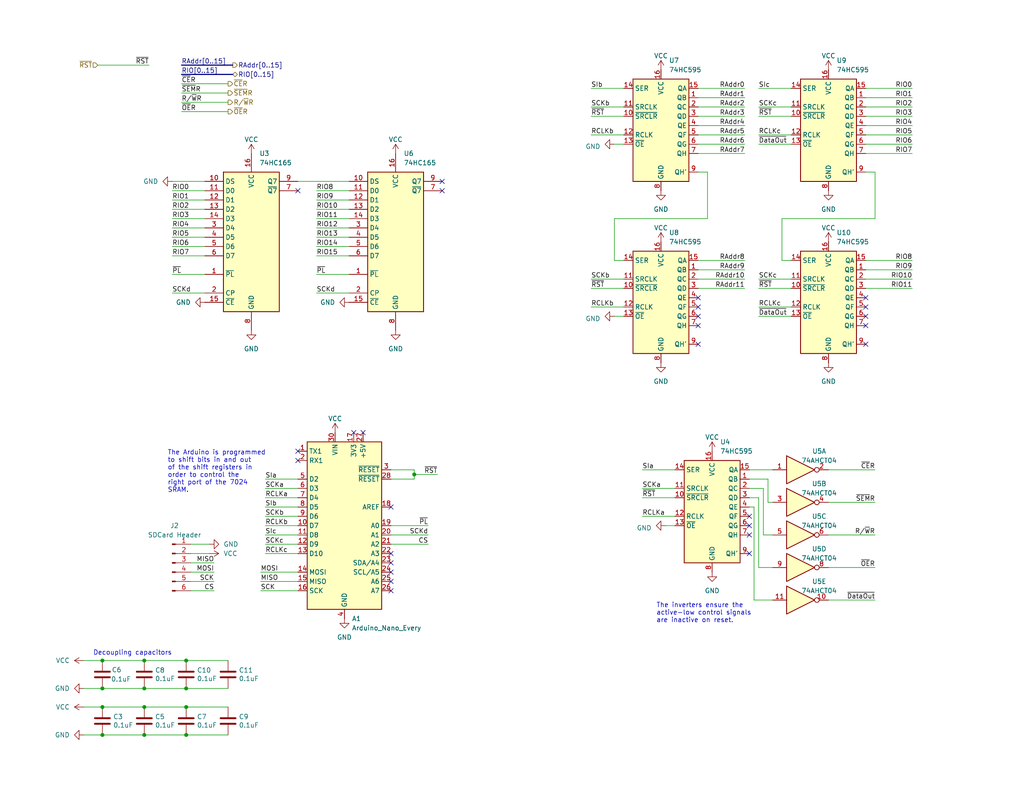
<source format=kicad_sch>
(kicad_sch (version 20230121) (generator eeschema)
  (paper "USLetter")
  (title_block (title "Turtle16: Arduino Interface") (date "2023-11-27") (rev "A") (comment 3 "memory. The Arduino interfaces with the RAM through a series of shift registers.") (comment 4 "The Arduino on the main board can communicate with the processor through shared"))
  (lib_symbols
    (symbol "Connector:Conn_01x06_Pin" (pin_names (offset 1.016) hide)
      (property "Reference" "J" (at 0 7.62 0))
      (property "Value" "Conn_01x06_Pin" (at 0 -10.16 0))
      (symbol "Conn_01x06_Pin_1_1"
        (polyline (pts (xy 1.27 -7.62) (xy 0.8636 -7.62)) (stroke (width 0.1524)))
        (polyline (pts (xy 1.27 -5.08) (xy 0.8636 -5.08)) (stroke (width 0.1524)))
        (polyline (pts (xy 1.27 -2.54) (xy 0.8636 -2.54)) (stroke (width 0.1524)))
        (polyline (pts (xy 1.27 0) (xy 0.8636 0)) (stroke (width 0.1524)))
        (polyline (pts (xy 1.27 2.54) (xy 0.8636 2.54)) (stroke (width 0.1524)))
        (polyline (pts (xy 1.27 5.08) (xy 0.8636 5.08)) (stroke (width 0.1524)))
        (rectangle (start 0.8636 -7.493) (end 0 -7.747) (stroke (width 0.1524)) (fill (type outline)))
        (rectangle (start 0.8636 -4.953) (end 0 -5.207) (stroke (width 0.1524)) (fill (type outline)))
        (rectangle (start 0.8636 -2.413) (end 0 -2.667) (stroke (width 0.1524)) (fill (type outline)))
        (rectangle (start 0.8636 0.127) (end 0 -0.127) (stroke (width 0.1524)) (fill (type outline)))
        (rectangle (start 0.8636 2.667) (end 0 2.413) (stroke (width 0.1524)) (fill (type outline)))
        (rectangle (start 0.8636 5.207) (end 0 4.953) (stroke (width 0.1524)) (fill (type outline)))
        (pin passive line (at 5.08 5.08 180) (length 3.81) (name "Pin_1") (number "1"))
        (pin passive line (at 5.08 2.54 180) (length 3.81) (name "Pin_2") (number "2"))
        (pin passive line (at 5.08 0 180) (length 3.81) (name "Pin_3") (number "3"))
        (pin passive line (at 5.08 -2.54 180) (length 3.81) (name "Pin_4") (number "4"))
        (pin passive line (at 5.08 -5.08 180) (length 3.81) (name "Pin_5") (number "5"))
        (pin passive line (at 5.08 -7.62 180) (length 3.81) (name "Pin_6") (number "6"))
      )
    )
    (symbol "Device:C" (pin_numbers hide) (pin_names (offset 0.254))
      (property "Reference" "C" (at 0.635 2.54 0))
      (property "Value" "C" (at 0.635 -2.54 0))
      (symbol "C_0_1"
        (polyline (pts (xy -2.032 -0.762) (xy 2.032 -0.762)) (stroke (width 0.508)))
        (polyline (pts (xy -2.032 0.762) (xy 2.032 0.762)) (stroke (width 0.508)))
      )
      (symbol "C_1_1"
        (pin passive line (at 0 3.81 270) (length 2.794) (name "~") (number "1"))
        (pin passive line (at 0 -3.81 90) (length 2.794) (name "~") (number "2"))
      )
    )
    (symbol "MCU_Module:Arduino_Nano_Every"
      (property "Reference" "A" (at -10.16 23.495 0))
      (property "Value" "Arduino_Nano_Every" (at 5.08 -24.13 0))
      (symbol "Arduino_Nano_Every_0_1"
        (rectangle (start -10.16 22.86) (end 10.16 -22.86) (stroke (width 0.254)) (fill (type background)))
      )
      (symbol "Arduino_Nano_Every_1_1"
        (pin bidirectional line (at -12.7 20.32 0) (length 2.54) (name "TX1") (number "1"))
        (pin bidirectional line (at -12.7 0 0) (length 2.54) (name "D7") (number "10"))
        (pin bidirectional line (at -12.7 -2.54 0) (length 2.54) (name "D8") (number "11"))
        (pin bidirectional line (at -12.7 -5.08 0) (length 2.54) (name "D9") (number "12"))
        (pin bidirectional line (at -12.7 -7.62 0) (length 2.54) (name "D10") (number "13"))
        (pin bidirectional line (at -12.7 -12.7 0) (length 2.54) (name "MOSI") (number "14"))
        (pin bidirectional line (at -12.7 -15.24 0) (length 2.54) (name "MISO") (number "15"))
        (pin bidirectional line (at -12.7 -17.78 0) (length 2.54) (name "SCK") (number "16"))
        (pin power_out line (at 2.54 25.4 270) (length 2.54) (name "3V3") (number "17"))
        (pin input line (at 12.7 5.08 180) (length 2.54) (name "AREF") (number "18"))
        (pin bidirectional line (at 12.7 0 180) (length 2.54) (name "A0") (number "19"))
        (pin bidirectional line (at -12.7 17.78 0) (length 2.54) (name "RX1") (number "2"))
        (pin bidirectional line (at 12.7 -2.54 180) (length 2.54) (name "A1") (number "20"))
        (pin bidirectional line (at 12.7 -5.08 180) (length 2.54) (name "A2") (number "21"))
        (pin bidirectional line (at 12.7 -7.62 180) (length 2.54) (name "A3") (number "22"))
        (pin bidirectional line (at 12.7 -10.16 180) (length 2.54) (name "SDA/A4") (number "23"))
        (pin bidirectional line (at 12.7 -12.7 180) (length 2.54) (name "SCL/A5") (number "24"))
        (pin bidirectional line (at 12.7 -15.24 180) (length 2.54) (name "A6") (number "25"))
        (pin bidirectional line (at 12.7 -17.78 180) (length 2.54) (name "A7") (number "26"))
        (pin power_out line (at 5.08 25.4 270) (length 2.54) (name "+5V") (number "27"))
        (pin input line (at 12.7 12.7 180) (length 2.54) (name "~{RESET}") (number "28"))
        (pin passive line (at 0 -25.4 90) (length 2.54) hide (name "GND") (number "29"))
        (pin input line (at 12.7 15.24 180) (length 2.54) (name "~{RESET}") (number "3"))
        (pin power_in line (at -2.54 25.4 270) (length 2.54) (name "VIN") (number "30"))
        (pin power_in line (at 0 -25.4 90) (length 2.54) (name "GND") (number "4"))
        (pin bidirectional line (at -12.7 12.7 0) (length 2.54) (name "D2") (number "5"))
        (pin bidirectional line (at -12.7 10.16 0) (length 2.54) (name "D3") (number "6"))
        (pin bidirectional line (at -12.7 7.62 0) (length 2.54) (name "D4") (number "7"))
        (pin bidirectional line (at -12.7 5.08 0) (length 2.54) (name "D5") (number "8"))
        (pin bidirectional line (at -12.7 2.54 0) (length 2.54) (name "D6") (number "9"))
      )
    )
    (symbol "Turtle16:74AHCT04"
      (property "Reference" "U" (at 0 1.27 0))
      (property "Value" "74AHCT04" (at 0 -1.27 0))
      (symbol "74AHCT04_1_0"
        (polyline (pts (xy -3.81 3.81) (xy -3.81 -3.81) (xy 3.81 0) (xy -3.81 3.81)) (stroke (width 0.254)) (fill (type background)))
        (pin input line (at -7.62 0 0) (length 3.81) (name "~") (number "1"))
        (pin output inverted (at 7.62 0 180) (length 3.81) (name "~") (number "2"))
      )
      (symbol "74AHCT04_2_0"
        (polyline (pts (xy -3.81 3.81) (xy -3.81 -3.81) (xy 3.81 0) (xy -3.81 3.81)) (stroke (width 0.254)) (fill (type background)))
        (pin input line (at -7.62 0 0) (length 3.81) (name "~") (number "3"))
        (pin output inverted (at 7.62 0 180) (length 3.81) (name "~") (number "4"))
      )
      (symbol "74AHCT04_3_0"
        (polyline (pts (xy -3.81 3.81) (xy -3.81 -3.81) (xy 3.81 0) (xy -3.81 3.81)) (stroke (width 0.254)) (fill (type background)))
        (pin input line (at -7.62 0 0) (length 3.81) (name "~") (number "5"))
        (pin output inverted (at 7.62 0 180) (length 3.81) (name "~") (number "6"))
      )
      (symbol "74AHCT04_4_0"
        (polyline (pts (xy -3.81 3.81) (xy -3.81 -3.81) (xy 3.81 0) (xy -3.81 3.81)) (stroke (width 0.254)) (fill (type background)))
        (pin output inverted (at 7.62 0 180) (length 3.81) (name "~") (number "8"))
        (pin input line (at -7.62 0 0) (length 3.81) (name "~") (number "9"))
      )
      (symbol "74AHCT04_5_0"
        (polyline (pts (xy -3.81 3.81) (xy -3.81 -3.81) (xy 3.81 0) (xy -3.81 3.81)) (stroke (width 0.254)) (fill (type background)))
        (pin output inverted (at 7.62 0 180) (length 3.81) (name "~") (number "10"))
        (pin input line (at -7.62 0 0) (length 3.81) (name "~") (number "11"))
      )
      (symbol "74AHCT04_6_0"
        (polyline (pts (xy -3.81 3.81) (xy -3.81 -3.81) (xy 3.81 0) (xy -3.81 3.81)) (stroke (width 0.254)) (fill (type background)))
        (pin output inverted (at 7.62 0 180) (length 3.81) (name "~") (number "12"))
        (pin input line (at -7.62 0 0) (length 3.81) (name "~") (number "13"))
      )
      (symbol "74AHCT04_7_0"
        (pin power_in line (at 0 12.7 270) (length 5.08) (name "VCC") (number "14"))
        (pin power_in line (at 0 -12.7 90) (length 5.08) (name "GND") (number "7"))
      )
      (symbol "74AHCT04_7_1"
        (rectangle (start -5.08 7.62) (end 5.08 -7.62) (stroke (width 0.254)) (fill (type background)))
      )
    )
    (symbol "Turtle16:74HC165"
      (symbol "74HC165_1_0"
        (pin input line (at -12.7 -10.16 0) (length 5.08) (name "~{PL}") (number "1"))
        (pin input line (at -12.7 15.24 0) (length 5.08) (name "DS") (number "10"))
        (pin input line (at -12.7 12.7 0) (length 5.08) (name "D0") (number "11"))
        (pin input line (at -12.7 10.16 0) (length 5.08) (name "D1") (number "12"))
        (pin input line (at -12.7 7.62 0) (length 5.08) (name "D2") (number "13"))
        (pin input line (at -12.7 5.08 0) (length 5.08) (name "D3") (number "14"))
        (pin input line (at -12.7 -17.78 0) (length 5.08) (name "~{CE}") (number "15"))
        (pin power_in line (at 0 22.86 270) (length 5.08) (name "VCC") (number "16"))
        (pin input line (at -12.7 -15.24 0) (length 5.08) (name "CP") (number "2"))
        (pin input line (at -12.7 2.54 0) (length 5.08) (name "D4") (number "3"))
        (pin input line (at -12.7 0 0) (length 5.08) (name "D5") (number "4"))
        (pin input line (at -12.7 -2.54 0) (length 5.08) (name "D6") (number "5"))
        (pin input line (at -12.7 -5.08 0) (length 5.08) (name "D7") (number "6"))
        (pin output line (at 12.7 12.7 180) (length 5.08) (name "~{Q7}") (number "7"))
        (pin power_in line (at 0 -25.4 90) (length 5.08) (name "GND") (number "8"))
        (pin output line (at 12.7 15.24 180) (length 5.08) (name "Q7") (number "9"))
      )
      (symbol "74HC165_1_1"
        (rectangle (start -7.62 17.78) (end 7.62 -20.32) (stroke (width 0.254)) (fill (type background)))
      )
    )
    (symbol "Turtle16:74HC595"
      (property "Reference" "U" (at -7.62 13.97 0))
      (property "Value" "74HC595" (at -7.62 -16.51 0))
      (symbol "74HC595_1_0"
        (pin tri_state line (at 10.16 7.62 180) (length 2.54) (name "QB") (number "1"))
        (pin input line (at -10.16 2.54 0) (length 2.54) (name "~{SRCLR}") (number "10"))
        (pin input line (at -10.16 5.08 0) (length 2.54) (name "SRCLK") (number "11"))
        (pin input line (at -10.16 -2.54 0) (length 2.54) (name "RCLK") (number "12"))
        (pin input line (at -10.16 -5.08 0) (length 2.54) (name "~{OE}") (number "13"))
        (pin input line (at -10.16 10.16 0) (length 2.54) (name "SER") (number "14"))
        (pin tri_state line (at 10.16 10.16 180) (length 2.54) (name "QA") (number "15"))
        (pin power_in line (at 0 15.24 270) (length 2.54) (name "VCC") (number "16"))
        (pin tri_state line (at 10.16 5.08 180) (length 2.54) (name "QC") (number "2"))
        (pin tri_state line (at 10.16 2.54 180) (length 2.54) (name "QD") (number "3"))
        (pin tri_state line (at 10.16 0 180) (length 2.54) (name "QE") (number "4"))
        (pin tri_state line (at 10.16 -2.54 180) (length 2.54) (name "QF") (number "5"))
        (pin tri_state line (at 10.16 -5.08 180) (length 2.54) (name "QG") (number "6"))
        (pin tri_state line (at 10.16 -7.62 180) (length 2.54) (name "QH") (number "7"))
        (pin power_in line (at 0 -17.78 90) (length 2.54) (name "GND") (number "8"))
        (pin output line (at 10.16 -12.7 180) (length 2.54) (name "QH'") (number "9"))
      )
      (symbol "74HC595_1_1"
        (rectangle (start -7.62 12.7) (end 7.62 -15.24) (stroke (width 0.254)) (fill (type background)))
      )
    )
    (symbol "power:GND" (power) (pin_names (offset 0))
      (property "Value" "GND" (at 0 -3.81 0))
      (symbol "GND_0_1"
        (polyline (pts (xy 0 0) (xy 0 -1.27) (xy 1.27 -1.27) (xy 0 -2.54) (xy -1.27 -1.27) (xy 0 -1.27)))
      )
      (symbol "GND_1_1"
        (pin power_in line (at 0 0 270) (length 0) hide (name "GND") (number "1"))
      )
    )
    (symbol "power:VCC" (power) (pin_names (offset 0))
      (property "Value" "VCC" (at 0 3.81 0))
      (symbol "VCC_0_1"
        (polyline (pts (xy -0.762 1.27) (xy 0 2.54)))
        (polyline (pts (xy 0 0) (xy 0 2.54)))
        (polyline (pts (xy 0 2.54) (xy 0.762 1.27)))
      )
      (symbol "VCC_1_1"
        (pin power_in line (at 0 0 90) (length 0) hide (name "VCC") (number "1"))
      )
    )
  )
  (junction (at 39.37 193.04))
  (junction (at 50.8 200.66))
  (junction (at 27.94 200.66))
  (junction (at 50.8 187.96))
  (junction (at 50.8 193.04))
  (junction (at 113.03 129.54))
  (junction (at 27.94 193.04))
  (junction (at 39.37 180.34))
  (junction (at 27.94 187.96))
  (junction (at 290.83 96.52))
  (junction (at 39.37 200.66))
  (junction (at 27.94 180.34))
  (junction (at 39.37 187.96))
  (junction (at 50.8 180.34))
  (no_connect (at 236.22 88.9))
  (no_connect (at 204.47 146.05))
  (no_connect (at 236.22 93.98))
  (no_connect (at 120.65 52.07))
  (no_connect (at 190.5 83.82))
  (no_connect (at 190.5 88.9))
  (no_connect (at 96.52 118.11))
  (no_connect (at 106.68 153.67))
  (no_connect (at 204.47 140.97))
  (no_connect (at 120.65 49.53))
  (no_connect (at 81.28 123.19))
  (no_connect (at 81.28 125.73))
  (no_connect (at 236.22 81.28))
  (no_connect (at 99.06 118.11))
  (no_connect (at 190.5 86.36))
  (no_connect (at 106.68 158.75))
  (no_connect (at 204.47 143.51))
  (no_connect (at 106.68 156.21))
  (no_connect (at 190.5 81.28))
  (no_connect (at 236.22 83.82))
  (no_connect (at 236.22 86.36))
  (no_connect (at 106.68 161.29))
  (no_connect (at 307.34 96.52))
  (no_connect (at 106.68 138.43))
  (no_connect (at 81.28 52.07))
  (no_connect (at 204.47 151.13))
  (no_connect (at 106.68 151.13))
  (no_connect (at 190.5 93.98))
  (wire (pts (xy 170.18 24.13) (xy 161.29 24.13)))
  (wire (pts (xy 27.94 180.34) (xy 39.37 180.34)))
  (wire (pts (xy 52.07 151.13) (xy 57.15 151.13)))
  (wire (pts (xy 81.28 130.81) (xy 72.39 130.81)))
  (wire (pts (xy 22.86 200.66) (xy 27.94 200.66)))
  (wire (pts (xy 81.28 146.05) (xy 72.39 146.05)))
  (wire (pts (xy 181.61 143.51) (xy 184.15 143.51)))
  (wire (pts (xy 190.5 46.99) (xy 193.04 46.99)))
  (wire (pts (xy 290.83 85.09) (xy 290.83 96.52)))
  (wire (pts (xy 208.28 146.05) (xy 210.82 146.05)))
  (wire (pts (xy 209.55 130.81) (xy 209.55 137.16)))
  (wire (pts (xy 46.99 59.69) (xy 55.88 59.69)))
  (wire (pts (xy 52.07 148.59) (xy 57.15 148.59)))
  (wire (pts (xy 209.55 137.16) (xy 210.82 137.16)))
  (wire (pts (xy 167.64 71.12) (xy 170.18 71.12)))
  (wire (pts (xy 248.92 41.91) (xy 236.22 41.91)))
  (wire (pts (xy 204.47 130.81) (xy 209.55 130.81)))
  (wire (pts (xy 238.76 137.16) (xy 226.06 137.16)))
  (wire (pts (xy 22.86 180.34) (xy 27.94 180.34)))
  (wire (pts (xy 81.28 151.13) (xy 72.39 151.13)))
  (wire (pts (xy 55.88 80.01) (xy 46.99 80.01)))
  (wire (pts (xy 46.99 52.07) (xy 55.88 52.07)))
  (wire (pts (xy 290.83 96.52) (xy 290.83 102.87)))
  (wire (pts (xy 203.2 73.66) (xy 190.5 73.66)))
  (wire (pts (xy 170.18 29.21) (xy 161.29 29.21)))
  (wire (pts (xy 204.47 135.89) (xy 207.01 135.89)))
  (wire (pts (xy 204.47 138.43) (xy 205.74 138.43)))
  (wire (pts (xy 204.47 128.27) (xy 210.82 128.27)))
  (wire (pts (xy 203.2 71.12) (xy 190.5 71.12)))
  (wire (pts (xy 86.36 57.15) (xy 95.25 57.15)))
  (wire (pts (xy 170.18 78.74) (xy 161.29 78.74)))
  (wire (pts (xy 50.8 200.66) (xy 62.23 200.66)))
  (wire (pts (xy 208.28 133.35) (xy 208.28 146.05)))
  (wire (pts (xy 86.36 69.85) (xy 95.25 69.85)))
  (wire (pts (xy 203.2 26.67) (xy 190.5 26.67)))
  (wire (pts (xy 46.99 49.53) (xy 55.88 49.53)))
  (wire (pts (xy 113.03 129.54) (xy 113.03 128.27)))
  (wire (pts (xy 86.36 62.23) (xy 95.25 62.23)))
  (wire (pts (xy 238.76 146.05) (xy 226.06 146.05)))
  (wire (pts (xy 203.2 24.13) (xy 190.5 24.13)))
  (wire (pts (xy 81.28 138.43) (xy 72.39 138.43)))
  (wire (pts (xy 238.76 163.83) (xy 226.06 163.83)))
  (wire (pts (xy 207.01 39.37) (xy 215.9 39.37)))
  (wire (pts (xy 39.37 193.04) (xy 50.8 193.04)))
  (wire (pts (xy 81.28 148.59) (xy 72.39 148.59)))
  (wire (pts (xy 203.2 31.75) (xy 190.5 31.75)))
  (wire (pts (xy 40.64 17.78) (xy 26.67 17.78)))
  (wire (pts (xy 213.36 71.12) (xy 215.9 71.12)))
  (wire (pts (xy 248.92 73.66) (xy 236.22 73.66)))
  (wire (pts (xy 46.99 64.77) (xy 55.88 64.77)))
  (wire (pts (xy 167.64 39.37) (xy 170.18 39.37)))
  (wire (pts (xy 215.9 31.75) (xy 207.01 31.75)))
  (wire (pts (xy 248.92 26.67) (xy 236.22 26.67)))
  (wire (pts (xy 215.9 29.21) (xy 207.01 29.21)))
  (wire (pts (xy 205.74 138.43) (xy 205.74 163.83)))
  (wire (pts (xy 215.9 36.83) (xy 207.01 36.83)))
  (wire (pts (xy 46.99 69.85) (xy 55.88 69.85)))
  (wire (pts (xy 248.92 76.2) (xy 236.22 76.2)))
  (wire (pts (xy 81.28 133.35) (xy 72.39 133.35)))
  (wire (pts (xy 248.92 31.75) (xy 236.22 31.75)))
  (wire (pts (xy 39.37 180.34) (xy 50.8 180.34)))
  (wire (pts (xy 184.15 140.97) (xy 175.26 140.97)))
  (wire (pts (xy 50.8 180.34) (xy 62.23 180.34)))
  (wire (pts (xy 49.53 27.94) (xy 62.23 27.94)))
  (wire (pts (xy 170.18 36.83) (xy 161.29 36.83)))
  (wire (pts (xy 215.9 24.13) (xy 207.01 24.13)))
  (wire (pts (xy 106.68 128.27) (xy 113.03 128.27)))
  (wire (pts (xy 95.25 80.01) (xy 86.36 80.01)))
  (wire (pts (xy 81.28 135.89) (xy 72.39 135.89)))
  (wire (pts (xy 203.2 78.74) (xy 190.5 78.74)))
  (wire (pts (xy 50.8 193.04) (xy 62.23 193.04)))
  (wire (pts (xy 203.2 41.91) (xy 190.5 41.91)))
  (wire (pts (xy 238.76 154.94) (xy 226.06 154.94)))
  (wire (pts (xy 86.36 59.69) (xy 95.25 59.69)))
  (wire (pts (xy 86.36 52.07) (xy 95.25 52.07)))
  (wire (pts (xy 248.92 24.13) (xy 236.22 24.13)))
  (wire (pts (xy 49.53 30.48) (xy 62.23 30.48)))
  (wire (pts (xy 49.53 22.86) (xy 62.23 22.86)))
  (wire (pts (xy 52.07 153.67) (xy 58.42 153.67)))
  (wire (pts (xy 46.99 57.15) (xy 55.88 57.15)))
  (wire (pts (xy 86.36 64.77) (xy 95.25 64.77)))
  (wire (pts (xy 39.37 187.96) (xy 50.8 187.96)))
  (wire (pts (xy 27.94 193.04) (xy 39.37 193.04)))
  (wire (pts (xy 184.15 135.89) (xy 175.26 135.89)))
  (wire (pts (xy 184.15 133.35) (xy 175.26 133.35)))
  (wire (pts (xy 52.07 158.75) (xy 58.42 158.75)))
  (wire (pts (xy 207.01 154.94) (xy 210.82 154.94)))
  (wire (pts (xy 113.03 129.54) (xy 119.38 129.54)))
  (wire (pts (xy 215.9 83.82) (xy 207.01 83.82)))
  (wire (pts (xy 39.37 200.66) (xy 50.8 200.66)))
  (wire (pts (xy 203.2 76.2) (xy 190.5 76.2)))
  (wire (pts (xy 113.03 130.81) (xy 113.03 129.54)))
  (wire (pts (xy 207.01 135.89) (xy 207.01 154.94)))
  (wire (pts (xy 46.99 54.61) (xy 55.88 54.61)))
  (wire (pts (xy 215.9 76.2) (xy 207.01 76.2)))
  (wire (pts (xy 27.94 187.96) (xy 39.37 187.96)))
  (wire (pts (xy 238.76 46.99) (xy 238.76 59.69)))
  (wire (pts (xy 95.25 74.93) (xy 86.36 74.93)))
  (wire (pts (xy 22.86 187.96) (xy 27.94 187.96)))
  (wire (pts (xy 167.64 59.69) (xy 167.64 71.12)))
  (wire (pts (xy 248.92 78.74) (xy 236.22 78.74)))
  (wire (pts (xy 203.2 34.29) (xy 190.5 34.29)))
  (bus (pts (xy 49.53 20.32) (xy 63.5 20.32)))
  (wire (pts (xy 170.18 31.75) (xy 161.29 31.75)))
  (wire (pts (xy 81.28 49.53) (xy 95.25 49.53)))
  (wire (pts (xy 248.92 39.37) (xy 236.22 39.37)))
  (wire (pts (xy 238.76 128.27) (xy 226.06 128.27)))
  (wire (pts (xy 170.18 76.2) (xy 161.29 76.2)))
  (wire (pts (xy 86.36 54.61) (xy 95.25 54.61)))
  (wire (pts (xy 170.18 83.82) (xy 161.29 83.82)))
  (wire (pts (xy 248.92 29.21) (xy 236.22 29.21)))
  (wire (pts (xy 167.64 59.69) (xy 193.04 59.69)))
  (bus (pts (xy 49.53 17.78) (xy 63.5 17.78)))
  (wire (pts (xy 116.84 148.59) (xy 106.68 148.59)))
  (wire (pts (xy 22.86 193.04) (xy 27.94 193.04)))
  (wire (pts (xy 50.8 187.96) (xy 62.23 187.96)))
  (wire (pts (xy 46.99 62.23) (xy 55.88 62.23)))
  (wire (pts (xy 106.68 143.51) (xy 116.84 143.51)))
  (wire (pts (xy 86.36 67.31) (xy 95.25 67.31)))
  (wire (pts (xy 248.92 71.12) (xy 236.22 71.12)))
  (wire (pts (xy 213.36 59.69) (xy 238.76 59.69)))
  (wire (pts (xy 248.92 36.83) (xy 236.22 36.83)))
  (wire (pts (xy 215.9 78.74) (xy 207.01 78.74)))
  (wire (pts (xy 203.2 39.37) (xy 190.5 39.37)))
  (wire (pts (xy 52.07 156.21) (xy 58.42 156.21)))
  (wire (pts (xy 106.68 146.05) (xy 116.84 146.05)))
  (wire (pts (xy 184.15 128.27) (xy 175.26 128.27)))
  (wire (pts (xy 248.92 34.29) (xy 236.22 34.29)))
  (wire (pts (xy 106.68 130.81) (xy 113.03 130.81)))
  (wire (pts (xy 290.83 96.52) (xy 292.1 96.52)))
  (wire (pts (xy 49.53 25.4) (xy 62.23 25.4)))
  (wire (pts (xy 205.74 163.83) (xy 210.82 163.83)))
  (wire (pts (xy 236.22 46.99) (xy 238.76 46.99)))
  (wire (pts (xy 52.07 161.29) (xy 58.42 161.29)))
  (wire (pts (xy 193.04 46.99) (xy 193.04 59.69)))
  (wire (pts (xy 81.28 140.97) (xy 72.39 140.97)))
  (wire (pts (xy 27.94 200.66) (xy 39.37 200.66)))
  (wire (pts (xy 203.2 29.21) (xy 190.5 29.21)))
  (wire (pts (xy 167.64 86.36) (xy 170.18 86.36)))
  (wire (pts (xy 207.01 86.36) (xy 215.9 86.36)))
  (wire (pts (xy 213.36 59.69) (xy 213.36 71.12)))
  (wire (pts (xy 204.47 133.35) (xy 208.28 133.35)))
  (wire (pts (xy 71.12 161.29) (xy 81.28 161.29)))
  (wire (pts (xy 203.2 36.83) (xy 190.5 36.83)))
  (wire (pts (xy 71.12 158.75) (xy 81.28 158.75)))
  (wire (pts (xy 71.12 156.21) (xy 81.28 156.21)))
  (wire (pts (xy 46.99 67.31) (xy 55.88 67.31)))
  (wire (pts (xy 81.28 143.51) (xy 72.39 143.51)))
  (wire (pts (xy 55.88 74.93) (xy 46.99 74.93)))
  (text "Decoupling capacitors" (at 25.4 179.07 0) (effects (font (size 1.27 1.27)) (justify left bottom)))
  (text "The Arduino is programmed\nto shift bits in and out\nof the shift registers in\norder to control the\nright port of the 7024\nSRAM." (at 45.72 134.62 0) (effects (font (size 1.27 1.27)) (justify left bottom)))
  (text "The inverters ensure the\nactive-low control signals\nare inactive on reset." (at 179.07 170.18 0) (effects (font (size 1.27 1.27)) (justify left bottom)))
  (label "SIa" (at 72.39 130.81 0))
  (label "RAddr7" (at 203.2 41.91 180))
  (label "SCKb" (at 161.29 29.21 0))
  (label "RIO9" (at 86.36 54.61 0))
  (label "RIO10" (at 248.92 76.2 180))
  (label "RCLKb" (at 72.39 143.51 0))
  (label "RAddr3" (at 203.2 31.75 180))
  (label "RIO7" (at 46.99 69.85 0))
  (label "RCLKb" (at 161.29 83.82 0))
  (label "SCKa" (at 175.26 133.35 0))
  (label "~{RST}" (at 207.01 78.74 0))
  (label "RCLKa" (at 175.26 140.97 0))
  (label "RAddr9" (at 203.2 73.66 180))
  (label "RAddr8" (at 203.2 71.12 180))
  (label "SCKb" (at 72.39 140.97 0))
  (label "RIO4" (at 248.92 34.29 180))
  (label "CS" (at 58.42 161.29 180))
  (label "RAddr6" (at 203.2 39.37 180))
  (label "~{OE}R" (at 49.53 30.48 0))
  (label "SCK" (at 71.12 161.29 0))
  (label "RAddr0" (at 203.2 24.13 180))
  (label "SCKc" (at 207.01 76.2 0))
  (label "MOSI" (at 71.12 156.21 0))
  (label "RCLKc" (at 72.39 151.13 0))
  (label "RAddr11" (at 203.2 78.74 180))
  (label "RIO5" (at 46.99 64.77 0))
  (label "RCLKc" (at 207.01 83.82 0))
  (label "RIO8" (at 248.92 71.12 180))
  (label "~{DataOut}" (at 207.01 39.37 0))
  (label "SCK" (at 58.42 158.75 180))
  (label "~{SEM}R" (at 49.53 25.4 0))
  (label "RIO0" (at 46.99 52.07 0))
  (label "CS" (at 116.84 148.59 180))
  (label "SIa" (at 175.26 128.27 0))
  (label "~{RST}" (at 161.29 78.74 0))
  (label "SCKd" (at 116.84 146.05 180))
  (label "SCKd" (at 46.99 80.01 0))
  (label "RAddr4" (at 203.2 34.29 180))
  (label "RCLKb" (at 161.29 36.83 0))
  (label "RAddr5" (at 203.2 36.83 180))
  (label "RIO11" (at 86.36 59.69 0))
  (label "RIO11" (at 248.92 78.74 180))
  (label "RIO7" (at 248.92 41.91 180))
  (label "RCLKc" (at 207.01 36.83 0))
  (label "RIO1" (at 248.92 26.67 180))
  (label "MISO" (at 71.12 158.75 0))
  (label "RIO6" (at 248.92 39.37 180))
  (label "RIO8" (at 86.36 52.07 0))
  (label "RIO12" (at 86.36 62.23 0))
  (label "RIO14" (at 86.36 67.31 0))
  (label "SCKc" (at 207.01 29.21 0))
  (label "~{RST}" (at 119.38 129.54 180))
  (label "~{CE}R" (at 49.53 22.86 0))
  (label "RIO9" (at 248.92 73.66 180))
  (label "R{slash}~{W}R" (at 49.53 27.94 0))
  (label "SIb" (at 161.29 24.13 0))
  (label "RCLKa" (at 72.39 135.89 0))
  (label "RIO13" (at 86.36 64.77 0))
  (label "RAddr[0..15]" (at 49.53 17.78 0))
  (label "~{CE}R" (at 238.76 128.27 180))
  (label "SIc" (at 72.39 146.05 0))
  (label "SIc" (at 207.01 24.13 0))
  (label "~{DataOut}" (at 207.01 86.36 0))
  (label "RIO[0..15]" (at 49.53 20.32 0))
  (label "~{SEM}R" (at 238.76 137.16 180))
  (label "~{RST}" (at 40.64 17.78 180))
  (label "~{RST}" (at 161.29 31.75 0))
  (label "R{slash}~{W}R" (at 238.76 146.05 180))
  (label "RIO2" (at 248.92 29.21 180))
  (label "RIO1" (at 46.99 54.61 0))
  (label "RIO0" (at 248.92 24.13 180))
  (label "RAddr10" (at 203.2 76.2 180))
  (label "SCKc" (at 72.39 148.59 0))
  (label "~{PL}" (at 46.99 74.93 0))
  (label "~{DataOut}" (at 238.76 163.83 180))
  (label "RIO4" (at 46.99 62.23 0))
  (label "MOSI" (at 58.42 156.21 180))
  (label "SCKb" (at 161.29 76.2 0))
  (label "RIO3" (at 248.92 31.75 180))
  (label "~{RST}" (at 207.01 31.75 0))
  (label "SCKd" (at 86.36 80.01 0))
  (label "SIb" (at 72.39 138.43 0))
  (label "RAddr2" (at 203.2 29.21 180))
  (label "~{PL}" (at 116.84 143.51 180))
  (label "~{OE}R" (at 238.76 154.94 180))
  (label "RIO5" (at 248.92 36.83 180))
  (label "RIO6" (at 46.99 67.31 0))
  (label "RIO2" (at 46.99 57.15 0))
  (label "RAddr1" (at 203.2 26.67 180))
  (label "SCKa" (at 72.39 133.35 0))
  (label "RIO15" (at 86.36 69.85 0))
  (label "~{RST}" (at 175.26 135.89 0))
  (label "MISO" (at 58.42 153.67 180))
  (label "~{PL}" (at 86.36 74.93 0))
  (label "RIO10" (at 86.36 57.15 0))
  (label "RIO3" (at 46.99 59.69 0))
  (hierarchical_label "~{OE}R" (shape output) (at 62.23 30.48 0))
  (hierarchical_label "R{slash}~{W}R" (shape output) (at 62.23 27.94 0))
  (hierarchical_label "RAddr[0..15]" (shape output) (at 63.5 17.78 0))
  (hierarchical_label "RIO[0..15]" (shape tri_state) (at 63.5 20.32 0))
  (hierarchical_label "~{CE}R" (shape output) (at 62.23 22.86 0))
  (hierarchical_label "~{RST}" (shape input) (at 26.67 17.78 180))
  (hierarchical_label "~{SEM}R" (shape output) (at 62.23 25.4 0))
  (symbol (lib_id "Turtle16:74HC595") (at 180.34 34.29 0) (unit 1)
    (property "Reference" "U7" (at 182.5341 16.51 0) (effects (justify left)))
    (property "Value" "74HC595" (at 182.5341 19.05 0) (effects (justify left)))
    (property "Footprint" "Package_SO:TSSOP-16_4.4x5mm_P0.65mm" (effects hide))
    (property "Datasheet" "https://www.mouser.com/datasheet/2/916/74HC_HCT595_Q100-2937391.pdf" (effects hide))
    (property "Manufacturer" "Nexperia" (effects hide))
    (property "Manufacturer#" "74HC595PW-Q100,118" (effects hide))
    (property "Mouser#" "771-74HC595PW-Q100" (effects hide))
    (property "Digikey#" "1727-1012-1-ND" (effects hide))
  )
  (symbol (lib_id "Turtle16:74HC595") (at 226.06 81.28 0) (unit 1)
    (property "Reference" "U10" (at 228.2541 63.5 0) (effects (justify left)))
    (property "Value" "74HC595" (at 228.2541 66.04 0) (effects (justify left)))
    (property "Footprint" "Package_SO:TSSOP-16_4.4x5mm_P0.65mm" (effects hide))
    (property "Datasheet" "https://www.mouser.com/datasheet/2/916/74HC_HCT595_Q100-2937391.pdf" (effects hide))
    (property "Manufacturer" "Nexperia" (effects hide))
    (property "Manufacturer#" "74HC595PW-Q100,118" (effects hide))
    (property "Mouser#" "771-74HC595PW-Q100" (effects hide))
    (property "Digikey#" "1727-1012-1-ND" (effects hide))
  )
  (symbol (lib_id "power:GND") (at 181.61 143.51 270) (unit 1)
    (property "Reference" "#PWR022" (effects hide))
    (property "Value" "GND" (at 177.8 144.145 90) (effects (justify right)))
  )
  (symbol (lib_id "Device:C") (at 27.94 184.15 0) (unit 1)
    (property "Reference" "C6" (at 30.48 182.88 0) (effects (justify left)))
    (property "Value" "0.1uF" (at 33.02 185.42 0))
    (property "Footprint" "Capacitor_SMD:C_0603_1608Metric" (effects hide))
    (property "Datasheet" "https://www.mouser.com/datasheet/2/396/taiyo_yuden_12132018_mlcc11_hq_e-1510082.pdf" (effects hide))
    (property "Manufacturer" "Taiyo Yuden" (effects hide))
    (property "Manufacturer#" "EMK107B7104KAHT" (effects hide))
    (property "Mouser#" "963-EMK107B7104KAHT" (effects hide))
    (property "Digikey#" "587-6004-1-ND" (effects hide))
    (instances (project "MainBoard" (path "" (reference "C6") (unit 1))) (project "Memory" (path "" (reference "C65") (unit 1))))
  )
  (symbol (lib_id "Turtle16:74AHCT04") (at 218.44 128.27 0) (unit 1)
    (property "Reference" "U5" (at 223.52 123.19 0))
    (property "Value" "74AHCT04" (at 223.52 125.73 0))
    (property "Footprint" "Package_SO:TSSOP-14_4.4x5mm_P0.65mm" (effects hide))
    (property "Datasheet" "https://assets.nexperia.com/documents/data-sheet/74AHC_AHCT04.pdf" (effects hide))
    (property "Manufacturer" "Nexperia" (effects hide))
    (property "Manufacturer#" "74AHCT04APWJ" (effects hide))
    (property "Mouser#" "771-74AHCT04APWJ" (effects hide))
    (property "Digikey#" "1727-74AHCT04APWJCT-ND" (effects hide))
  )
  (symbol (lib_id "Device:C") (at 27.94 196.85 0) (unit 1)
    (property "Reference" "C3" (at 30.861 195.6816 0) (effects (justify left)))
    (property "Value" "0.1uF" (at 30.861 197.993 0) (effects (justify left)))
    (property "Footprint" "Capacitor_SMD:C_0603_1608Metric" (effects hide))
    (property "Datasheet" "https://www.mouser.com/datasheet/2/396/taiyo_yuden_12132018_mlcc11_hq_e-1510082.pdf" (effects hide))
    (property "Manufacturer" "Taiyo Yuden" (effects hide))
    (property "Manufacturer#" "EMK107B7104KAHT" (effects hide))
    (property "Mouser#" "963-EMK107B7104KAHT" (effects hide))
    (property "Digikey#" "587-6004-1-ND" (effects hide))
    (instances (project "MainBoard" (path "" (reference "C3") (unit 1))) (project "Memory" (path "" (reference "C65") (unit 1))))
  )
  (symbol (lib_id "power:VCC") (at 290.83 85.09 0) (unit 1)
    (property "Reference" "#PWR044" (effects hide))
    (property "Value" "VCC" (at 290.83 80.01 0))
  )
  (symbol (lib_id "power:GND") (at 55.88 82.55 270) (unit 1)
    (property "Reference" "#PWR021" (effects hide))
    (property "Value" "GND" (at 52.07 82.55 90) (effects (justify right)))
  )
  (symbol (lib_id "power:VCC") (at 226.06 19.05 0) (unit 1)
    (property "Reference" "#PWR040" (effects hide))
    (property "Value" "VCC" (at 226.06 15.24 0))
  )
  (symbol (lib_id "Device:C") (at 62.23 184.15 0) (unit 1)
    (property "Reference" "C11" (at 65.151 182.9816 0) (effects (justify left)))
    (property "Value" "0.1uF" (at 65.151 185.293 0) (effects (justify left)))
    (property "Footprint" "Capacitor_SMD:C_0603_1608Metric" (effects hide))
    (property "Datasheet" "https://www.mouser.com/datasheet/2/396/taiyo_yuden_12132018_mlcc11_hq_e-1510082.pdf" (effects hide))
    (property "Manufacturer" "Taiyo Yuden" (effects hide))
    (property "Manufacturer#" "EMK107B7104KAHT" (effects hide))
    (property "Mouser#" "963-EMK107B7104KAHT" (effects hide))
    (property "Digikey#" "587-6004-1-ND" (effects hide))
    (instances (project "MainBoard" (path "" (reference "C11") (unit 1))) (project "Memory" (path "" (reference "C65") (unit 1))))
  )
  (symbol (lib_id "Device:C") (at 62.23 196.85 0) (unit 1)
    (property "Reference" "C9" (at 65.151 195.6816 0) (effects (justify left)))
    (property "Value" "0.1uF" (at 65.151 197.993 0) (effects (justify left)))
    (property "Footprint" "Capacitor_SMD:C_0603_1608Metric" (effects hide))
    (property "Datasheet" "https://www.mouser.com/datasheet/2/396/taiyo_yuden_12132018_mlcc11_hq_e-1510082.pdf" (effects hide))
    (property "Manufacturer" "Taiyo Yuden" (effects hide))
    (property "Manufacturer#" "EMK107B7104KAHT" (effects hide))
    (property "Mouser#" "963-EMK107B7104KAHT" (effects hide))
    (property "Digikey#" "587-6004-1-ND" (effects hide))
    (instances (project "MainBoard" (path "" (reference "C9") (unit 1))) (project "Memory" (path "" (reference "C65") (unit 1))))
  )
  (symbol (lib_id "MCU_Module:Arduino_Nano_Every") (at 93.98 143.51 0) (unit 1)
    (property "Reference" "A1" (at 95.9994 168.91 0) (effects (justify left)))
    (property "Value" "Arduino_Nano_Every" (at 95.9994 171.45 0) (effects (justify left)))
    (property "Footprint" "Module:Arduino_Nano" (effects hide))
    (property "Datasheet" "https://content.arduino.cc/assets/NANOEveryV3.0_sch.pdf" (effects hide))
  )
  (symbol (lib_id "power:VCC") (at 226.06 66.04 0) (unit 1)
    (property "Reference" "#PWR042" (effects hide))
    (property "Value" "VCC" (at 226.06 62.23 0))
  )
  (symbol (lib_id "Turtle16:74HC165") (at 107.95 64.77 0) (unit 1)
    (property "Reference" "U6" (at 110.1441 41.91 0) (effects (justify left)))
    (property "Value" "74HC165" (at 110.1441 44.45 0) (effects (justify left)))
    (property "Footprint" "Package_SO:TSSOP-16_4.4x5mm_P0.65mm" (effects hide))
    (property "Datasheet" "https://www.mouser.com/datasheet/2/916/74HC_HCT165_Q100-2937323.pdf" (effects hide))
    (property "Manufacturer" "Nexperia" (effects hide))
    (property "Manufacturer#" "74HC165PW-Q100,118" (effects hide))
    (property "Mouser#" "771-74HC165PWQ100118" (effects hide))
    (property "Digikey#" "1727-8390-1-ND" (effects hide))
  )
  (symbol (lib_id "Turtle16:74AHCT04") (at 218.44 137.16 0) (unit 2)
    (property "Reference" "U5" (at 223.52 132.08 0))
    (property "Value" "74AHCT04" (at 223.52 134.62 0))
    (property "Footprint" "Package_SO:TSSOP-14_4.4x5mm_P0.65mm" (effects hide))
    (property "Datasheet" "https://assets.nexperia.com/documents/data-sheet/74AHC_AHCT04.pdf" (effects hide))
    (property "Manufacturer" "Nexperia" (effects hide))
    (property "Manufacturer#" "74AHCT04APWJ" (effects hide))
    (property "Mouser#" "771-74AHCT04APWJ" (effects hide))
    (property "Digikey#" "1727-74AHCT04APWJCT-ND" (effects hide))
  )
  (symbol (lib_id "Turtle16:74HC165") (at 68.58 64.77 0) (unit 1)
    (property "Reference" "U3" (at 70.7741 41.91 0) (effects (justify left)))
    (property "Value" "74HC165" (at 70.7741 44.45 0) (effects (justify left)))
    (property "Footprint" "Package_SO:TSSOP-16_4.4x5mm_P0.65mm" (effects hide))
    (property "Datasheet" "https://www.mouser.com/datasheet/2/916/74HC_HCT165_Q100-2937323.pdf" (effects hide))
    (property "Manufacturer" "Nexperia" (effects hide))
    (property "Manufacturer#" "74HC165PW-Q100,118" (effects hide))
    (property "Mouser#" "771-74HC165PWQ100118" (effects hide))
    (property "Digikey#" "1727-8390-1-ND" (effects hide))
  )
  (symbol (lib_id "power:VCC") (at 180.34 66.04 0) (unit 1)
    (property "Reference" "#PWR036" (effects hide))
    (property "Value" "VCC" (at 180.34 62.23 0))
  )
  (symbol (lib_id "power:VCC") (at 57.15 151.13 270) (unit 1)
    (property "Reference" "#PWR033" (effects hide))
    (property "Value" "VCC" (at 60.96 151.13 90) (effects (justify left)))
  )
  (symbol (lib_id "power:GND") (at 194.31 156.21 0) (unit 1)
    (property "Reference" "#PWR026" (effects hide))
    (property "Value" "GND" (at 194.31 161.29 0))
  )
  (symbol (lib_id "power:VCC") (at 22.86 180.34 90) (unit 1)
    (property "Reference" "#PWR0128" (effects hide))
    (property "Value" "VCC" (at 19.05 180.34 90) (effects (justify left)))
  )
  (symbol (lib_id "power:GND") (at 57.15 148.59 90) (unit 1)
    (property "Reference" "#PWR032" (effects hide))
    (property "Value" "GND" (at 60.96 148.59 90) (effects (justify right)))
  )
  (symbol (lib_id "power:VCC") (at 22.86 193.04 90) (unit 1)
    (property "Reference" "#PWR018" (effects hide))
    (property "Value" "VCC" (at 19.05 193.04 90) (effects (justify left)))
  )
  (symbol (lib_id "power:GND") (at 226.06 99.06 0) (unit 1)
    (property "Reference" "#PWR043" (effects hide))
    (property "Value" "GND" (at 226.06 104.14 0))
  )
  (symbol (lib_id "Device:C") (at 50.8 196.85 0) (unit 1)
    (property "Reference" "C7" (at 53.721 195.6816 0) (effects (justify left)))
    (property "Value" "0.1uF" (at 53.721 197.993 0) (effects (justify left)))
    (property "Footprint" "Capacitor_SMD:C_0603_1608Metric" (effects hide))
    (property "Datasheet" "https://www.mouser.com/datasheet/2/396/taiyo_yuden_12132018_mlcc11_hq_e-1510082.pdf" (effects hide))
    (property "Manufacturer" "Taiyo Yuden" (effects hide))
    (property "Manufacturer#" "EMK107B7104KAHT" (effects hide))
    (property "Mouser#" "963-EMK107B7104KAHT" (effects hide))
    (property "Digikey#" "587-6004-1-ND" (effects hide))
    (instances (project "MainBoard" (path "" (reference "C7") (unit 1))) (project "Memory" (path "" (reference "C65") (unit 1))))
  )
  (symbol (lib_id "power:GND") (at 107.95 90.17 0) (unit 1)
    (property "Reference" "#PWR029" (effects hide))
    (property "Value" "GND" (at 107.95 95.25 0))
  )
  (symbol (lib_id "power:VCC") (at 180.34 19.05 0) (unit 1)
    (property "Reference" "#PWR034" (effects hide))
    (property "Value" "VCC" (at 180.34 15.24 0))
  )
  (symbol (lib_id "power:VCC") (at 194.31 123.19 0) (unit 1)
    (property "Reference" "#PWR025" (effects hide))
    (property "Value" "VCC" (at 194.31 119.38 0))
  )
  (symbol (lib_id "power:VCC") (at 107.95 41.91 0) (unit 1)
    (property "Reference" "#PWR028" (effects hide))
    (property "Value" "VCC" (at 107.95 38.1 0))
  )
  (symbol (lib_id "Connector:Conn_01x06_Pin") (at 46.99 153.67 0) (unit 1)
    (property "Reference" "J2" (at 47.625 143.51 0))
    (property "Value" "SDCard Header" (at 47.625 146.05 0))
    (property "Footprint" "Connector_PinHeader_2.54mm:PinHeader_1x06_P2.54mm_Vertical" (effects hide))
  )
  (symbol (lib_id "Turtle16:74AHCT04") (at 299.72 96.52 0) (unit 6)
    (property "Reference" "U5" (at 299.72 87.63 0))
    (property "Value" "74AHCT04" (at 299.72 90.17 0))
    (property "Footprint" "Package_SO:TSSOP-14_4.4x5mm_P0.65mm" (effects hide))
    (property "Datasheet" "https://assets.nexperia.com/documents/data-sheet/74AHC_AHCT04.pdf" (effects hide))
    (property "Manufacturer" "Nexperia" (effects hide))
    (property "Manufacturer#" "74AHCT04APWJ" (effects hide))
    (property "Mouser#" "771-74AHCT04APWJ" (effects hide))
    (property "Digikey#" "1727-74AHCT04APWJCT-ND" (effects hide))
  )
  (symbol (lib_id "power:GND") (at 95.25 82.55 270) (unit 1)
    (property "Reference" "#PWR027" (effects hide))
    (property "Value" "GND" (at 91.44 82.55 90) (effects (justify right)))
  )
  (symbol (lib_id "power:GND") (at 167.64 86.36 270) (unit 1)
    (property "Reference" "#PWR031" (effects hide))
    (property "Value" "GND" (at 163.83 86.995 90) (effects (justify right)))
  )
  (symbol (lib_id "Turtle16:74HC595") (at 180.34 81.28 0) (unit 1)
    (property "Reference" "U8" (at 182.5341 63.5 0) (effects (justify left)))
    (property "Value" "74HC595" (at 182.5341 66.04 0) (effects (justify left)))
    (property "Footprint" "Package_SO:TSSOP-16_4.4x5mm_P0.65mm" (effects hide))
    (property "Datasheet" "https://www.mouser.com/datasheet/2/916/74HC_HCT595_Q100-2937391.pdf" (effects hide))
    (property "Manufacturer" "Nexperia" (effects hide))
    (property "Manufacturer#" "74HC595PW-Q100,118" (effects hide))
    (property "Mouser#" "771-74HC595PW-Q100" (effects hide))
    (property "Digikey#" "1727-1012-1-ND" (effects hide))
  )
  (symbol (lib_id "Device:C") (at 50.8 184.15 0) (unit 1)
    (property "Reference" "C10" (at 53.721 182.9816 0) (effects (justify left)))
    (property "Value" "0.1uF" (at 53.721 185.293 0) (effects (justify left)))
    (property "Footprint" "Capacitor_SMD:C_0603_1608Metric" (effects hide))
    (property "Datasheet" "https://www.mouser.com/datasheet/2/396/taiyo_yuden_12132018_mlcc11_hq_e-1510082.pdf" (effects hide))
    (property "Manufacturer" "Taiyo Yuden" (effects hide))
    (property "Manufacturer#" "EMK107B7104KAHT" (effects hide))
    (property "Mouser#" "963-EMK107B7104KAHT" (effects hide))
    (property "Digikey#" "587-6004-1-ND" (effects hide))
    (instances (project "MainBoard" (path "" (reference "C10") (unit 1))) (project "Memory" (path "" (reference "C65") (unit 1))))
  )
  (symbol (lib_id "Turtle16:74HC595") (at 194.31 138.43 0) (unit 1)
    (property "Reference" "U4" (at 196.5041 120.65 0) (effects (justify left)))
    (property "Value" "74HC595" (at 196.5041 123.19 0) (effects (justify left)))
    (property "Footprint" "Package_SO:TSSOP-16_4.4x5mm_P0.65mm" (effects hide))
    (property "Datasheet" "https://www.mouser.com/datasheet/2/916/74HC_HCT595_Q100-2937391.pdf" (effects hide))
    (property "Manufacturer" "Nexperia" (effects hide))
    (property "Manufacturer#" "74HC595PW-Q100,118" (effects hide))
    (property "Mouser#" "771-74HC595PW-Q100" (effects hide))
    (property "Digikey#" "1727-1012-1-ND" (effects hide))
  )
  (symbol (lib_id "Device:C") (at 39.37 196.85 0) (unit 1)
    (property "Reference" "C5" (at 42.291 195.6816 0) (effects (justify left)))
    (property "Value" "0.1uF" (at 42.291 197.993 0) (effects (justify left)))
    (property "Footprint" "Capacitor_SMD:C_0603_1608Metric" (effects hide))
    (property "Datasheet" "https://www.mouser.com/datasheet/2/396/taiyo_yuden_12132018_mlcc11_hq_e-1510082.pdf" (effects hide))
    (property "Manufacturer" "Taiyo Yuden" (effects hide))
    (property "Manufacturer#" "EMK107B7104KAHT" (effects hide))
    (property "Mouser#" "963-EMK107B7104KAHT" (effects hide))
    (property "Digikey#" "587-6004-1-ND" (effects hide))
    (instances (project "MainBoard" (path "" (reference "C5") (unit 1))) (project "Memory" (path "" (reference "C65") (unit 1))))
  )
  (symbol (lib_id "power:GND") (at 180.34 99.06 0) (unit 1)
    (property "Reference" "#PWR037" (effects hide))
    (property "Value" "GND" (at 180.34 104.14 0))
  )
  (symbol (lib_id "Turtle16:74AHCT04") (at 290.83 115.57 0) (unit 7)
    (property "Reference" "U5" (at 290.83 114.3 0))
    (property "Value" "74AHCT04" (at 290.83 116.84 0))
    (property "Footprint" "Package_SO:TSSOP-14_4.4x5mm_P0.65mm" (effects hide))
    (property "Datasheet" "https://assets.nexperia.com/documents/data-sheet/74AHC_AHCT04.pdf" (effects hide))
    (property "Manufacturer" "Nexperia" (effects hide))
    (property "Manufacturer#" "74AHCT04APWJ" (effects hide))
    (property "Mouser#" "771-74AHCT04APWJ" (effects hide))
    (property "Digikey#" "1727-74AHCT04APWJCT-ND" (effects hide))
  )
  (symbol (lib_id "Turtle16:74HC595") (at 226.06 34.29 0) (unit 1)
    (property "Reference" "U9" (at 228.2541 16.51 0) (effects (justify left)))
    (property "Value" "74HC595" (at 228.2541 19.05 0) (effects (justify left)))
    (property "Footprint" "Package_SO:TSSOP-16_4.4x5mm_P0.65mm" (effects hide))
    (property "Datasheet" "https://www.mouser.com/datasheet/2/916/74HC_HCT595_Q100-2937391.pdf" (effects hide))
    (property "Manufacturer" "Nexperia" (effects hide))
    (property "Manufacturer#" "74HC595PW-Q100,118" (effects hide))
    (property "Mouser#" "771-74HC595PW-Q100" (effects hide))
    (property "Digikey#" "1727-1012-1-ND" (effects hide))
  )
  (symbol (lib_id "Turtle16:74AHCT04") (at 218.44 146.05 0) (unit 3)
    (property "Reference" "U5" (at 223.52 140.97 0))
    (property "Value" "74AHCT04" (at 223.52 143.51 0))
    (property "Footprint" "Package_SO:TSSOP-14_4.4x5mm_P0.65mm" (effects hide))
    (property "Datasheet" "https://assets.nexperia.com/documents/data-sheet/74AHC_AHCT04.pdf" (effects hide))
    (property "Manufacturer" "Nexperia" (effects hide))
    (property "Manufacturer#" "74AHCT04APWJ" (effects hide))
    (property "Mouser#" "771-74AHCT04APWJ" (effects hide))
    (property "Digikey#" "1727-74AHCT04APWJCT-ND" (effects hide))
  )
  (symbol (lib_id "power:GND") (at 93.98 168.91 0) (unit 1)
    (property "Reference" "#PWR09" (effects hide))
    (property "Value" "GND" (at 93.98 173.99 0))
    (instances (project "MainBoard" (path "" (reference "#PWR09") (unit 1)) (path "" (reference "#PWR039") (unit 1))))
  )
  (symbol (lib_id "power:GND") (at 226.06 52.07 0) (unit 1)
    (property "Reference" "#PWR041" (effects hide))
    (property "Value" "GND" (at 226.06 57.15 0))
  )
  (symbol (lib_id "power:GND") (at 180.34 52.07 0) (unit 1)
    (property "Reference" "#PWR035" (effects hide))
    (property "Value" "GND" (at 180.34 57.15 0))
  )
  (symbol (lib_id "Turtle16:74AHCT04") (at 218.44 154.94 0) (unit 4)
    (property "Reference" "U5" (at 223.52 149.86 0))
    (property "Value" "74AHCT04" (at 223.52 152.4 0))
    (property "Footprint" "Package_SO:TSSOP-14_4.4x5mm_P0.65mm" (effects hide))
    (property "Datasheet" "https://assets.nexperia.com/documents/data-sheet/74AHC_AHCT04.pdf" (effects hide))
    (property "Manufacturer" "Nexperia" (effects hide))
    (property "Manufacturer#" "74AHCT04APWJ" (effects hide))
    (property "Mouser#" "771-74AHCT04APWJ" (effects hide))
    (property "Digikey#" "1727-74AHCT04APWJCT-ND" (effects hide))
  )
  (symbol (lib_id "power:GND") (at 22.86 200.66 270) (unit 1)
    (property "Reference" "#PWR019" (effects hide))
    (property "Value" "GND" (at 19.05 200.66 90) (effects (justify right)))
  )
  (symbol (lib_id "Turtle16:74AHCT04") (at 218.44 163.83 0) (unit 5)
    (property "Reference" "U5" (at 223.52 158.75 0))
    (property "Value" "74AHCT04" (at 223.52 161.29 0))
    (property "Footprint" "Package_SO:TSSOP-14_4.4x5mm_P0.65mm" (effects hide))
    (property "Datasheet" "https://assets.nexperia.com/documents/data-sheet/74AHC_AHCT04.pdf" (effects hide))
    (property "Manufacturer" "Nexperia" (effects hide))
    (property "Manufacturer#" "74AHCT04APWJ" (effects hide))
    (property "Mouser#" "771-74AHCT04APWJ" (effects hide))
    (property "Digikey#" "1727-74AHCT04APWJCT-ND" (effects hide))
  )
  (symbol (lib_id "Device:C") (at 39.37 184.15 0) (unit 1)
    (property "Reference" "C8" (at 42.291 182.9816 0) (effects (justify left)))
    (property "Value" "0.1uF" (at 42.291 185.293 0) (effects (justify left)))
    (property "Footprint" "Capacitor_SMD:C_0603_1608Metric" (effects hide))
    (property "Datasheet" "https://www.mouser.com/datasheet/2/396/taiyo_yuden_12132018_mlcc11_hq_e-1510082.pdf" (effects hide))
    (property "Manufacturer" "Taiyo Yuden" (effects hide))
    (property "Manufacturer#" "EMK107B7104KAHT" (effects hide))
    (property "Mouser#" "963-EMK107B7104KAHT" (effects hide))
    (property "Digikey#" "587-6004-1-ND" (effects hide))
    (instances (project "MainBoard" (path "" (reference "C8") (unit 1))) (project "Memory" (path "" (reference "C65") (unit 1))))
  )
  (symbol (lib_id "power:VCC") (at 68.58 41.91 0) (unit 1)
    (property "Reference" "#PWR023" (effects hide))
    (property "Value" "VCC" (at 68.58 38.1 0))
  )
  (symbol (lib_id "power:GND") (at 68.58 90.17 0) (unit 1)
    (property "Reference" "#PWR024" (effects hide))
    (property "Value" "GND" (at 68.58 95.25 0))
  )
  (symbol (lib_id "power:GND") (at 167.64 39.37 270) (unit 1)
    (property "Reference" "#PWR030" (effects hide))
    (property "Value" "GND" (at 163.83 40.005 90) (effects (justify right)))
  )
  (symbol (lib_id "power:GND") (at 22.86 187.96 270) (unit 1)
    (property "Reference" "#PWR0129" (effects hide))
    (property "Value" "GND" (at 19.05 187.96 90) (effects (justify right)))
  )
  (symbol (lib_id "power:VCC") (at 91.44 118.11 0) (unit 1)
    (property "Reference" "#PWR08" (effects hide))
    (property "Value" "VCC" (at 91.44 114.3 0))
    (instances (project "MainBoard" (path "" (reference "#PWR08") (unit 1)) (path "" (reference "#PWR038") (unit 1))))
  )
  (symbol (lib_id "power:GND") (at 290.83 128.27 0) (unit 1)
    (property "Reference" "#PWR045" (effects hide))
    (property "Value" "GND" (at 290.83 133.35 0))
  )
  (symbol (lib_id "power:GND") (at 46.99 49.53 270) (unit 1)
    (property "Reference" "#PWR020" (effects hide))
    (property "Value" "GND" (at 43.18 49.53 90) (effects (justify right)))
  )
)
</source>
